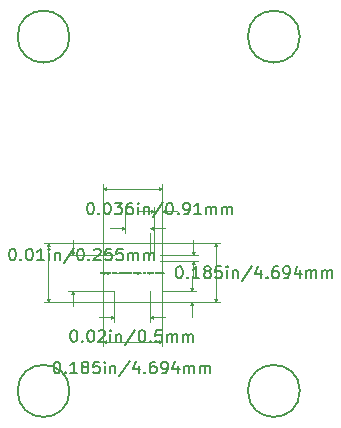
<source format=gbr>
%TF.GenerationSoftware,KiCad,Pcbnew,(6.0.6)*%
%TF.CreationDate,2022-06-26T20:43:02+02:00*%
%TF.ProjectId,tmc2208-breakout,746d6332-3230-4382-9d62-7265616b6f75,rev?*%
%TF.SameCoordinates,Original*%
%TF.FileFunction,Other,Comment*%
%FSLAX46Y46*%
G04 Gerber Fmt 4.6, Leading zero omitted, Abs format (unit mm)*
G04 Created by KiCad (PCBNEW (6.0.6)) date 2022-06-26 20:43:02*
%MOMM*%
%LPD*%
G01*
G04 APERTURE LIST*
%ADD10C,0.002000*%
%ADD11C,0.150000*%
%ADD12C,0.100000*%
G04 APERTURE END LIST*
D10*
%TO.C,U1*%
X154354166Y-61045357D02*
X154348119Y-61051404D01*
X154329976Y-61057452D01*
X154317880Y-61057452D01*
X154299738Y-61051404D01*
X154287642Y-61039309D01*
X154281595Y-61027214D01*
X154275547Y-61003023D01*
X154275547Y-60984880D01*
X154281595Y-60960690D01*
X154287642Y-60948595D01*
X154299738Y-60936500D01*
X154317880Y-60930452D01*
X154329976Y-60930452D01*
X154348119Y-60936500D01*
X154354166Y-60942547D01*
X154426738Y-61057452D02*
X154414642Y-61051404D01*
X154408595Y-61045357D01*
X154402547Y-61033261D01*
X154402547Y-60996976D01*
X154408595Y-60984880D01*
X154414642Y-60978833D01*
X154426738Y-60972785D01*
X154444880Y-60972785D01*
X154456976Y-60978833D01*
X154463023Y-60984880D01*
X154469071Y-60996976D01*
X154469071Y-61033261D01*
X154463023Y-61045357D01*
X154456976Y-61051404D01*
X154444880Y-61057452D01*
X154426738Y-61057452D01*
X154523500Y-60972785D02*
X154523500Y-61099785D01*
X154523500Y-60978833D02*
X154535595Y-60972785D01*
X154559785Y-60972785D01*
X154571880Y-60978833D01*
X154577928Y-60984880D01*
X154583976Y-60996976D01*
X154583976Y-61033261D01*
X154577928Y-61045357D01*
X154571880Y-61051404D01*
X154559785Y-61057452D01*
X154535595Y-61057452D01*
X154523500Y-61051404D01*
X154626309Y-60972785D02*
X154656547Y-61057452D01*
X154686785Y-60972785D02*
X154656547Y-61057452D01*
X154644452Y-61087690D01*
X154638404Y-61093738D01*
X154626309Y-61099785D01*
X154735166Y-61057452D02*
X154735166Y-60972785D01*
X154735166Y-60996976D02*
X154741214Y-60984880D01*
X154747261Y-60978833D01*
X154759357Y-60972785D01*
X154771452Y-60972785D01*
X154813785Y-61057452D02*
X154813785Y-60972785D01*
X154813785Y-60930452D02*
X154807738Y-60936500D01*
X154813785Y-60942547D01*
X154819833Y-60936500D01*
X154813785Y-60930452D01*
X154813785Y-60942547D01*
X154928690Y-60972785D02*
X154928690Y-61075595D01*
X154922642Y-61087690D01*
X154916595Y-61093738D01*
X154904500Y-61099785D01*
X154886357Y-61099785D01*
X154874261Y-61093738D01*
X154928690Y-61051404D02*
X154916595Y-61057452D01*
X154892404Y-61057452D01*
X154880309Y-61051404D01*
X154874261Y-61045357D01*
X154868214Y-61033261D01*
X154868214Y-60996976D01*
X154874261Y-60984880D01*
X154880309Y-60978833D01*
X154892404Y-60972785D01*
X154916595Y-60972785D01*
X154928690Y-60978833D01*
X154989166Y-61057452D02*
X154989166Y-60930452D01*
X155043595Y-61057452D02*
X155043595Y-60990928D01*
X155037547Y-60978833D01*
X155025452Y-60972785D01*
X155007309Y-60972785D01*
X154995214Y-60978833D01*
X154989166Y-60984880D01*
X155085928Y-60972785D02*
X155134309Y-60972785D01*
X155104071Y-60930452D02*
X155104071Y-61039309D01*
X155110119Y-61051404D01*
X155122214Y-61057452D01*
X155134309Y-61057452D01*
X155267357Y-60942547D02*
X155273404Y-60936500D01*
X155285500Y-60930452D01*
X155315738Y-60930452D01*
X155327833Y-60936500D01*
X155333880Y-60942547D01*
X155339928Y-60954642D01*
X155339928Y-60966738D01*
X155333880Y-60984880D01*
X155261309Y-61057452D01*
X155339928Y-61057452D01*
X155418547Y-60930452D02*
X155430642Y-60930452D01*
X155442738Y-60936500D01*
X155448785Y-60942547D01*
X155454833Y-60954642D01*
X155460880Y-60978833D01*
X155460880Y-61009071D01*
X155454833Y-61033261D01*
X155448785Y-61045357D01*
X155442738Y-61051404D01*
X155430642Y-61057452D01*
X155418547Y-61057452D01*
X155406452Y-61051404D01*
X155400404Y-61045357D01*
X155394357Y-61033261D01*
X155388309Y-61009071D01*
X155388309Y-60978833D01*
X155394357Y-60954642D01*
X155400404Y-60942547D01*
X155406452Y-60936500D01*
X155418547Y-60930452D01*
X155509261Y-60942547D02*
X155515309Y-60936500D01*
X155527404Y-60930452D01*
X155557642Y-60930452D01*
X155569738Y-60936500D01*
X155575785Y-60942547D01*
X155581833Y-60954642D01*
X155581833Y-60966738D01*
X155575785Y-60984880D01*
X155503214Y-61057452D01*
X155581833Y-61057452D01*
X155702785Y-61057452D02*
X155630214Y-61057452D01*
X155666500Y-61057452D02*
X155666500Y-60930452D01*
X155654404Y-60948595D01*
X155642309Y-60960690D01*
X155630214Y-60966738D01*
X155847928Y-61021166D02*
X155908404Y-61021166D01*
X155835833Y-61057452D02*
X155878166Y-60930452D01*
X155920500Y-61057452D01*
X156017261Y-61051404D02*
X156005166Y-61057452D01*
X155980976Y-61057452D01*
X155968880Y-61051404D01*
X155962833Y-61045357D01*
X155956785Y-61033261D01*
X155956785Y-60996976D01*
X155962833Y-60984880D01*
X155968880Y-60978833D01*
X155980976Y-60972785D01*
X156005166Y-60972785D01*
X156017261Y-60978833D01*
X156126119Y-61051404D02*
X156114023Y-61057452D01*
X156089833Y-61057452D01*
X156077738Y-61051404D01*
X156071690Y-61045357D01*
X156065642Y-61033261D01*
X156065642Y-60996976D01*
X156071690Y-60984880D01*
X156077738Y-60978833D01*
X156089833Y-60972785D01*
X156114023Y-60972785D01*
X156126119Y-60978833D01*
X156228928Y-61051404D02*
X156216833Y-61057452D01*
X156192642Y-61057452D01*
X156180547Y-61051404D01*
X156174500Y-61039309D01*
X156174500Y-60990928D01*
X156180547Y-60978833D01*
X156192642Y-60972785D01*
X156216833Y-60972785D01*
X156228928Y-60978833D01*
X156234976Y-60990928D01*
X156234976Y-61003023D01*
X156174500Y-61015119D01*
X156307547Y-61057452D02*
X156295452Y-61051404D01*
X156289404Y-61039309D01*
X156289404Y-60930452D01*
X156404309Y-61051404D02*
X156392214Y-61057452D01*
X156368023Y-61057452D01*
X156355928Y-61051404D01*
X156349880Y-61039309D01*
X156349880Y-60990928D01*
X156355928Y-60978833D01*
X156368023Y-60972785D01*
X156392214Y-60972785D01*
X156404309Y-60978833D01*
X156410357Y-60990928D01*
X156410357Y-61003023D01*
X156349880Y-61015119D01*
X156464785Y-61057452D02*
X156464785Y-60972785D01*
X156464785Y-60996976D02*
X156470833Y-60984880D01*
X156476880Y-60978833D01*
X156488976Y-60972785D01*
X156501071Y-60972785D01*
X156597833Y-61057452D02*
X156597833Y-60990928D01*
X156591785Y-60978833D01*
X156579690Y-60972785D01*
X156555500Y-60972785D01*
X156543404Y-60978833D01*
X156597833Y-61051404D02*
X156585738Y-61057452D01*
X156555500Y-61057452D01*
X156543404Y-61051404D01*
X156537357Y-61039309D01*
X156537357Y-61027214D01*
X156543404Y-61015119D01*
X156555500Y-61009071D01*
X156585738Y-61009071D01*
X156597833Y-61003023D01*
X156640166Y-60972785D02*
X156688547Y-60972785D01*
X156658309Y-60930452D02*
X156658309Y-61039309D01*
X156664357Y-61051404D01*
X156676452Y-61057452D01*
X156688547Y-61057452D01*
X156779261Y-61051404D02*
X156767166Y-61057452D01*
X156742976Y-61057452D01*
X156730880Y-61051404D01*
X156724833Y-61039309D01*
X156724833Y-60990928D01*
X156730880Y-60978833D01*
X156742976Y-60972785D01*
X156767166Y-60972785D01*
X156779261Y-60978833D01*
X156785309Y-60990928D01*
X156785309Y-61003023D01*
X156724833Y-61015119D01*
X156894166Y-61057452D02*
X156894166Y-60930452D01*
X156894166Y-61051404D02*
X156882071Y-61057452D01*
X156857880Y-61057452D01*
X156845785Y-61051404D01*
X156839738Y-61045357D01*
X156833690Y-61033261D01*
X156833690Y-60996976D01*
X156839738Y-60984880D01*
X156845785Y-60978833D01*
X156857880Y-60972785D01*
X156882071Y-60972785D01*
X156894166Y-60978833D01*
X157051404Y-61057452D02*
X157051404Y-60930452D01*
X157081642Y-60930452D01*
X157099785Y-60936500D01*
X157111880Y-60948595D01*
X157117928Y-60960690D01*
X157123976Y-60984880D01*
X157123976Y-61003023D01*
X157117928Y-61027214D01*
X157111880Y-61039309D01*
X157099785Y-61051404D01*
X157081642Y-61057452D01*
X157051404Y-61057452D01*
X157226785Y-61051404D02*
X157214690Y-61057452D01*
X157190500Y-61057452D01*
X157178404Y-61051404D01*
X157172357Y-61039309D01*
X157172357Y-60990928D01*
X157178404Y-60978833D01*
X157190500Y-60972785D01*
X157214690Y-60972785D01*
X157226785Y-60978833D01*
X157232833Y-60990928D01*
X157232833Y-61003023D01*
X157172357Y-61015119D01*
X157281214Y-61051404D02*
X157293309Y-61057452D01*
X157317500Y-61057452D01*
X157329595Y-61051404D01*
X157335642Y-61039309D01*
X157335642Y-61033261D01*
X157329595Y-61021166D01*
X157317500Y-61015119D01*
X157299357Y-61015119D01*
X157287261Y-61009071D01*
X157281214Y-60996976D01*
X157281214Y-60990928D01*
X157287261Y-60978833D01*
X157299357Y-60972785D01*
X157317500Y-60972785D01*
X157329595Y-60978833D01*
X157390071Y-61057452D02*
X157390071Y-60972785D01*
X157390071Y-60930452D02*
X157384023Y-60936500D01*
X157390071Y-60942547D01*
X157396119Y-60936500D01*
X157390071Y-60930452D01*
X157390071Y-60942547D01*
X157504976Y-60972785D02*
X157504976Y-61075595D01*
X157498928Y-61087690D01*
X157492880Y-61093738D01*
X157480785Y-61099785D01*
X157462642Y-61099785D01*
X157450547Y-61093738D01*
X157504976Y-61051404D02*
X157492880Y-61057452D01*
X157468690Y-61057452D01*
X157456595Y-61051404D01*
X157450547Y-61045357D01*
X157444500Y-61033261D01*
X157444500Y-60996976D01*
X157450547Y-60984880D01*
X157456595Y-60978833D01*
X157468690Y-60972785D01*
X157492880Y-60972785D01*
X157504976Y-60978833D01*
X157565452Y-60972785D02*
X157565452Y-61057452D01*
X157565452Y-60984880D02*
X157571500Y-60978833D01*
X157583595Y-60972785D01*
X157601738Y-60972785D01*
X157613833Y-60978833D01*
X157619880Y-60990928D01*
X157619880Y-61057452D01*
X157674309Y-61051404D02*
X157686404Y-61057452D01*
X157710595Y-61057452D01*
X157722690Y-61051404D01*
X157728738Y-61039309D01*
X157728738Y-61033261D01*
X157722690Y-61021166D01*
X157710595Y-61015119D01*
X157692452Y-61015119D01*
X157680357Y-61009071D01*
X157674309Y-60996976D01*
X157674309Y-60990928D01*
X157680357Y-60978833D01*
X157692452Y-60972785D01*
X157710595Y-60972785D01*
X157722690Y-60978833D01*
X157783166Y-61045357D02*
X157789214Y-61051404D01*
X157783166Y-61057452D01*
X157777119Y-61051404D01*
X157783166Y-61045357D01*
X157783166Y-61057452D01*
X157934357Y-61021166D02*
X157994833Y-61021166D01*
X157922261Y-61057452D02*
X157964595Y-60930452D01*
X158006928Y-61057452D01*
X158067404Y-61057452D02*
X158055309Y-61051404D01*
X158049261Y-61039309D01*
X158049261Y-60930452D01*
X158133928Y-61057452D02*
X158121833Y-61051404D01*
X158115785Y-61039309D01*
X158115785Y-60930452D01*
X158279071Y-61057452D02*
X158279071Y-60972785D01*
X158279071Y-60996976D02*
X158285119Y-60984880D01*
X158291166Y-60978833D01*
X158303261Y-60972785D01*
X158315357Y-60972785D01*
X158357690Y-61057452D02*
X158357690Y-60972785D01*
X158357690Y-60930452D02*
X158351642Y-60936500D01*
X158357690Y-60942547D01*
X158363738Y-60936500D01*
X158357690Y-60930452D01*
X158357690Y-60942547D01*
X158472595Y-60972785D02*
X158472595Y-61075595D01*
X158466547Y-61087690D01*
X158460500Y-61093738D01*
X158448404Y-61099785D01*
X158430261Y-61099785D01*
X158418166Y-61093738D01*
X158472595Y-61051404D02*
X158460500Y-61057452D01*
X158436309Y-61057452D01*
X158424214Y-61051404D01*
X158418166Y-61045357D01*
X158412119Y-61033261D01*
X158412119Y-60996976D01*
X158418166Y-60984880D01*
X158424214Y-60978833D01*
X158436309Y-60972785D01*
X158460500Y-60972785D01*
X158472595Y-60978833D01*
X158533071Y-61057452D02*
X158533071Y-60930452D01*
X158587500Y-61057452D02*
X158587500Y-60990928D01*
X158581452Y-60978833D01*
X158569357Y-60972785D01*
X158551214Y-60972785D01*
X158539119Y-60978833D01*
X158533071Y-60984880D01*
X158629833Y-60972785D02*
X158678214Y-60972785D01*
X158647976Y-60930452D02*
X158647976Y-61039309D01*
X158654023Y-61051404D01*
X158666119Y-61057452D01*
X158678214Y-61057452D01*
X158714500Y-61051404D02*
X158726595Y-61057452D01*
X158750785Y-61057452D01*
X158762880Y-61051404D01*
X158768928Y-61039309D01*
X158768928Y-61033261D01*
X158762880Y-61021166D01*
X158750785Y-61015119D01*
X158732642Y-61015119D01*
X158720547Y-61009071D01*
X158714500Y-60996976D01*
X158714500Y-60990928D01*
X158720547Y-60978833D01*
X158732642Y-60972785D01*
X158750785Y-60972785D01*
X158762880Y-60978833D01*
X158920119Y-61057452D02*
X158920119Y-60972785D01*
X158920119Y-60996976D02*
X158926166Y-60984880D01*
X158932214Y-60978833D01*
X158944309Y-60972785D01*
X158956404Y-60972785D01*
X159047119Y-61051404D02*
X159035023Y-61057452D01*
X159010833Y-61057452D01*
X158998738Y-61051404D01*
X158992690Y-61039309D01*
X158992690Y-60990928D01*
X158998738Y-60978833D01*
X159010833Y-60972785D01*
X159035023Y-60972785D01*
X159047119Y-60978833D01*
X159053166Y-60990928D01*
X159053166Y-61003023D01*
X158992690Y-61015119D01*
X159101547Y-61051404D02*
X159113642Y-61057452D01*
X159137833Y-61057452D01*
X159149928Y-61051404D01*
X159155976Y-61039309D01*
X159155976Y-61033261D01*
X159149928Y-61021166D01*
X159137833Y-61015119D01*
X159119690Y-61015119D01*
X159107595Y-61009071D01*
X159101547Y-60996976D01*
X159101547Y-60990928D01*
X159107595Y-60978833D01*
X159119690Y-60972785D01*
X159137833Y-60972785D01*
X159149928Y-60978833D01*
X159258785Y-61051404D02*
X159246690Y-61057452D01*
X159222500Y-61057452D01*
X159210404Y-61051404D01*
X159204357Y-61039309D01*
X159204357Y-60990928D01*
X159210404Y-60978833D01*
X159222500Y-60972785D01*
X159246690Y-60972785D01*
X159258785Y-60978833D01*
X159264833Y-60990928D01*
X159264833Y-61003023D01*
X159204357Y-61015119D01*
X159319261Y-61057452D02*
X159319261Y-60972785D01*
X159319261Y-60996976D02*
X159325309Y-60984880D01*
X159331357Y-60978833D01*
X159343452Y-60972785D01*
X159355547Y-60972785D01*
X159385785Y-60972785D02*
X159416023Y-61057452D01*
X159446261Y-60972785D01*
X159543023Y-61051404D02*
X159530928Y-61057452D01*
X159506738Y-61057452D01*
X159494642Y-61051404D01*
X159488595Y-61039309D01*
X159488595Y-60990928D01*
X159494642Y-60978833D01*
X159506738Y-60972785D01*
X159530928Y-60972785D01*
X159543023Y-60978833D01*
X159549071Y-60990928D01*
X159549071Y-61003023D01*
X159488595Y-61015119D01*
X159657928Y-61057452D02*
X159657928Y-60930452D01*
X159657928Y-61051404D02*
X159645833Y-61057452D01*
X159621642Y-61057452D01*
X159609547Y-61051404D01*
X159603500Y-61045357D01*
X159597452Y-61033261D01*
X159597452Y-60996976D01*
X159603500Y-60984880D01*
X159609547Y-60978833D01*
X159621642Y-60972785D01*
X159645833Y-60972785D01*
X159657928Y-60978833D01*
X159718404Y-61045357D02*
X159724452Y-61051404D01*
X159718404Y-61057452D01*
X159712357Y-61051404D01*
X159718404Y-61045357D01*
X159718404Y-61057452D01*
D11*
X153418528Y-55057280D02*
X153513766Y-55057280D01*
X153609004Y-55104900D01*
X153656623Y-55152519D01*
X153704242Y-55247757D01*
X153751861Y-55438233D01*
X153751861Y-55676328D01*
X153704242Y-55866804D01*
X153656623Y-55962042D01*
X153609004Y-56009661D01*
X153513766Y-56057280D01*
X153418528Y-56057280D01*
X153323290Y-56009661D01*
X153275671Y-55962042D01*
X153228052Y-55866804D01*
X153180433Y-55676328D01*
X153180433Y-55438233D01*
X153228052Y-55247757D01*
X153275671Y-55152519D01*
X153323290Y-55104900D01*
X153418528Y-55057280D01*
X154180433Y-55962042D02*
X154228052Y-56009661D01*
X154180433Y-56057280D01*
X154132814Y-56009661D01*
X154180433Y-55962042D01*
X154180433Y-56057280D01*
X154847100Y-55057280D02*
X154942338Y-55057280D01*
X155037576Y-55104900D01*
X155085195Y-55152519D01*
X155132814Y-55247757D01*
X155180433Y-55438233D01*
X155180433Y-55676328D01*
X155132814Y-55866804D01*
X155085195Y-55962042D01*
X155037576Y-56009661D01*
X154942338Y-56057280D01*
X154847100Y-56057280D01*
X154751861Y-56009661D01*
X154704242Y-55962042D01*
X154656623Y-55866804D01*
X154609004Y-55676328D01*
X154609004Y-55438233D01*
X154656623Y-55247757D01*
X154704242Y-55152519D01*
X154751861Y-55104900D01*
X154847100Y-55057280D01*
X155513766Y-55057280D02*
X156132814Y-55057280D01*
X155799480Y-55438233D01*
X155942338Y-55438233D01*
X156037576Y-55485852D01*
X156085195Y-55533471D01*
X156132814Y-55628709D01*
X156132814Y-55866804D01*
X156085195Y-55962042D01*
X156037576Y-56009661D01*
X155942338Y-56057280D01*
X155656623Y-56057280D01*
X155561385Y-56009661D01*
X155513766Y-55962042D01*
X156989957Y-55057280D02*
X156799480Y-55057280D01*
X156704242Y-55104900D01*
X156656623Y-55152519D01*
X156561385Y-55295376D01*
X156513766Y-55485852D01*
X156513766Y-55866804D01*
X156561385Y-55962042D01*
X156609004Y-56009661D01*
X156704242Y-56057280D01*
X156894719Y-56057280D01*
X156989957Y-56009661D01*
X157037576Y-55962042D01*
X157085195Y-55866804D01*
X157085195Y-55628709D01*
X157037576Y-55533471D01*
X156989957Y-55485852D01*
X156894719Y-55438233D01*
X156704242Y-55438233D01*
X156609004Y-55485852D01*
X156561385Y-55533471D01*
X156513766Y-55628709D01*
X157513766Y-56057280D02*
X157513766Y-55390614D01*
X157513766Y-55057280D02*
X157466147Y-55104900D01*
X157513766Y-55152519D01*
X157561385Y-55104900D01*
X157513766Y-55057280D01*
X157513766Y-55152519D01*
X157989957Y-55390614D02*
X157989957Y-56057280D01*
X157989957Y-55485852D02*
X158037576Y-55438233D01*
X158132814Y-55390614D01*
X158275671Y-55390614D01*
X158370909Y-55438233D01*
X158418528Y-55533471D01*
X158418528Y-56057280D01*
X159609004Y-55009661D02*
X158751861Y-56295376D01*
X160132814Y-55057280D02*
X160228052Y-55057280D01*
X160323290Y-55104900D01*
X160370909Y-55152519D01*
X160418528Y-55247757D01*
X160466147Y-55438233D01*
X160466147Y-55676328D01*
X160418528Y-55866804D01*
X160370909Y-55962042D01*
X160323290Y-56009661D01*
X160228052Y-56057280D01*
X160132814Y-56057280D01*
X160037576Y-56009661D01*
X159989957Y-55962042D01*
X159942338Y-55866804D01*
X159894719Y-55676328D01*
X159894719Y-55438233D01*
X159942338Y-55247757D01*
X159989957Y-55152519D01*
X160037576Y-55104900D01*
X160132814Y-55057280D01*
X160894719Y-55962042D02*
X160942338Y-56009661D01*
X160894719Y-56057280D01*
X160847100Y-56009661D01*
X160894719Y-55962042D01*
X160894719Y-56057280D01*
X161418528Y-56057280D02*
X161609004Y-56057280D01*
X161704242Y-56009661D01*
X161751861Y-55962042D01*
X161847100Y-55819185D01*
X161894719Y-55628709D01*
X161894719Y-55247757D01*
X161847100Y-55152519D01*
X161799480Y-55104900D01*
X161704242Y-55057280D01*
X161513766Y-55057280D01*
X161418528Y-55104900D01*
X161370909Y-55152519D01*
X161323290Y-55247757D01*
X161323290Y-55485852D01*
X161370909Y-55581090D01*
X161418528Y-55628709D01*
X161513766Y-55676328D01*
X161704242Y-55676328D01*
X161799480Y-55628709D01*
X161847100Y-55581090D01*
X161894719Y-55485852D01*
X162847100Y-56057280D02*
X162275671Y-56057280D01*
X162561385Y-56057280D02*
X162561385Y-55057280D01*
X162466147Y-55200138D01*
X162370909Y-55295376D01*
X162275671Y-55342995D01*
X163275671Y-56057280D02*
X163275671Y-55390614D01*
X163275671Y-55485852D02*
X163323290Y-55438233D01*
X163418528Y-55390614D01*
X163561385Y-55390614D01*
X163656623Y-55438233D01*
X163704242Y-55533471D01*
X163704242Y-56057280D01*
X163704242Y-55533471D02*
X163751861Y-55438233D01*
X163847100Y-55390614D01*
X163989957Y-55390614D01*
X164085195Y-55438233D01*
X164132814Y-55533471D01*
X164132814Y-56057280D01*
X164609004Y-56057280D02*
X164609004Y-55390614D01*
X164609004Y-55485852D02*
X164656623Y-55438233D01*
X164751861Y-55390614D01*
X164894719Y-55390614D01*
X164989957Y-55438233D01*
X165037576Y-55533471D01*
X165037576Y-56057280D01*
X165037576Y-55533471D02*
X165085195Y-55438233D01*
X165180433Y-55390614D01*
X165323290Y-55390614D01*
X165418528Y-55438233D01*
X165466147Y-55533471D01*
X165466147Y-56057280D01*
X160942937Y-60452380D02*
X161038175Y-60452380D01*
X161133413Y-60500000D01*
X161181032Y-60547619D01*
X161228651Y-60642857D01*
X161276270Y-60833333D01*
X161276270Y-61071428D01*
X161228651Y-61261904D01*
X161181032Y-61357142D01*
X161133413Y-61404761D01*
X161038175Y-61452380D01*
X160942937Y-61452380D01*
X160847699Y-61404761D01*
X160800079Y-61357142D01*
X160752460Y-61261904D01*
X160704841Y-61071428D01*
X160704841Y-60833333D01*
X160752460Y-60642857D01*
X160800079Y-60547619D01*
X160847699Y-60500000D01*
X160942937Y-60452380D01*
X161704841Y-61357142D02*
X161752460Y-61404761D01*
X161704841Y-61452380D01*
X161657222Y-61404761D01*
X161704841Y-61357142D01*
X161704841Y-61452380D01*
X162704841Y-61452380D02*
X162133413Y-61452380D01*
X162419127Y-61452380D02*
X162419127Y-60452380D01*
X162323889Y-60595238D01*
X162228651Y-60690476D01*
X162133413Y-60738095D01*
X163276270Y-60880952D02*
X163181032Y-60833333D01*
X163133413Y-60785714D01*
X163085794Y-60690476D01*
X163085794Y-60642857D01*
X163133413Y-60547619D01*
X163181032Y-60500000D01*
X163276270Y-60452380D01*
X163466746Y-60452380D01*
X163561984Y-60500000D01*
X163609603Y-60547619D01*
X163657222Y-60642857D01*
X163657222Y-60690476D01*
X163609603Y-60785714D01*
X163561984Y-60833333D01*
X163466746Y-60880952D01*
X163276270Y-60880952D01*
X163181032Y-60928571D01*
X163133413Y-60976190D01*
X163085794Y-61071428D01*
X163085794Y-61261904D01*
X163133413Y-61357142D01*
X163181032Y-61404761D01*
X163276270Y-61452380D01*
X163466746Y-61452380D01*
X163561984Y-61404761D01*
X163609603Y-61357142D01*
X163657222Y-61261904D01*
X163657222Y-61071428D01*
X163609603Y-60976190D01*
X163561984Y-60928571D01*
X163466746Y-60880952D01*
X164561984Y-60452380D02*
X164085794Y-60452380D01*
X164038175Y-60928571D01*
X164085794Y-60880952D01*
X164181032Y-60833333D01*
X164419127Y-60833333D01*
X164514365Y-60880952D01*
X164561984Y-60928571D01*
X164609603Y-61023809D01*
X164609603Y-61261904D01*
X164561984Y-61357142D01*
X164514365Y-61404761D01*
X164419127Y-61452380D01*
X164181032Y-61452380D01*
X164085794Y-61404761D01*
X164038175Y-61357142D01*
X165038175Y-61452380D02*
X165038175Y-60785714D01*
X165038175Y-60452380D02*
X164990556Y-60500000D01*
X165038175Y-60547619D01*
X165085794Y-60500000D01*
X165038175Y-60452380D01*
X165038175Y-60547619D01*
X165514365Y-60785714D02*
X165514365Y-61452380D01*
X165514365Y-60880952D02*
X165561984Y-60833333D01*
X165657222Y-60785714D01*
X165800079Y-60785714D01*
X165895318Y-60833333D01*
X165942937Y-60928571D01*
X165942937Y-61452380D01*
X167133413Y-60404761D02*
X166276270Y-61690476D01*
X167895318Y-60785714D02*
X167895318Y-61452380D01*
X167657222Y-60404761D02*
X167419127Y-61119047D01*
X168038175Y-61119047D01*
X168419127Y-61357142D02*
X168466746Y-61404761D01*
X168419127Y-61452380D01*
X168371508Y-61404761D01*
X168419127Y-61357142D01*
X168419127Y-61452380D01*
X169323889Y-60452380D02*
X169133413Y-60452380D01*
X169038175Y-60500000D01*
X168990556Y-60547619D01*
X168895318Y-60690476D01*
X168847699Y-60880952D01*
X168847699Y-61261904D01*
X168895318Y-61357142D01*
X168942937Y-61404761D01*
X169038175Y-61452380D01*
X169228651Y-61452380D01*
X169323889Y-61404761D01*
X169371508Y-61357142D01*
X169419127Y-61261904D01*
X169419127Y-61023809D01*
X169371508Y-60928571D01*
X169323889Y-60880952D01*
X169228651Y-60833333D01*
X169038175Y-60833333D01*
X168942937Y-60880952D01*
X168895318Y-60928571D01*
X168847699Y-61023809D01*
X169895318Y-61452380D02*
X170085794Y-61452380D01*
X170181032Y-61404761D01*
X170228651Y-61357142D01*
X170323889Y-61214285D01*
X170371508Y-61023809D01*
X170371508Y-60642857D01*
X170323889Y-60547619D01*
X170276270Y-60500000D01*
X170181032Y-60452380D01*
X169990556Y-60452380D01*
X169895318Y-60500000D01*
X169847699Y-60547619D01*
X169800079Y-60642857D01*
X169800079Y-60880952D01*
X169847699Y-60976190D01*
X169895318Y-61023809D01*
X169990556Y-61071428D01*
X170181032Y-61071428D01*
X170276270Y-61023809D01*
X170323889Y-60976190D01*
X170371508Y-60880952D01*
X171228651Y-60785714D02*
X171228651Y-61452380D01*
X170990556Y-60404761D02*
X170752460Y-61119047D01*
X171371508Y-61119047D01*
X171752460Y-61452380D02*
X171752460Y-60785714D01*
X171752460Y-60880952D02*
X171800079Y-60833333D01*
X171895318Y-60785714D01*
X172038175Y-60785714D01*
X172133413Y-60833333D01*
X172181032Y-60928571D01*
X172181032Y-61452380D01*
X172181032Y-60928571D02*
X172228651Y-60833333D01*
X172323889Y-60785714D01*
X172466746Y-60785714D01*
X172561984Y-60833333D01*
X172609603Y-60928571D01*
X172609603Y-61452380D01*
X173085794Y-61452380D02*
X173085794Y-60785714D01*
X173085794Y-60880952D02*
X173133413Y-60833333D01*
X173228651Y-60785714D01*
X173371508Y-60785714D01*
X173466746Y-60833333D01*
X173514365Y-60928571D01*
X173514365Y-61452380D01*
X173514365Y-60928571D02*
X173561984Y-60833333D01*
X173657222Y-60785714D01*
X173800079Y-60785714D01*
X173895318Y-60833333D01*
X173942937Y-60928571D01*
X173942937Y-61452380D01*
X150595238Y-68514880D02*
X150690476Y-68514880D01*
X150785714Y-68562500D01*
X150833333Y-68610119D01*
X150880952Y-68705357D01*
X150928571Y-68895833D01*
X150928571Y-69133928D01*
X150880952Y-69324404D01*
X150833333Y-69419642D01*
X150785714Y-69467261D01*
X150690476Y-69514880D01*
X150595238Y-69514880D01*
X150500000Y-69467261D01*
X150452380Y-69419642D01*
X150404761Y-69324404D01*
X150357142Y-69133928D01*
X150357142Y-68895833D01*
X150404761Y-68705357D01*
X150452380Y-68610119D01*
X150500000Y-68562500D01*
X150595238Y-68514880D01*
X151357142Y-69419642D02*
X151404761Y-69467261D01*
X151357142Y-69514880D01*
X151309523Y-69467261D01*
X151357142Y-69419642D01*
X151357142Y-69514880D01*
X152357142Y-69514880D02*
X151785714Y-69514880D01*
X152071428Y-69514880D02*
X152071428Y-68514880D01*
X151976190Y-68657738D01*
X151880952Y-68752976D01*
X151785714Y-68800595D01*
X152928571Y-68943452D02*
X152833333Y-68895833D01*
X152785714Y-68848214D01*
X152738095Y-68752976D01*
X152738095Y-68705357D01*
X152785714Y-68610119D01*
X152833333Y-68562500D01*
X152928571Y-68514880D01*
X153119047Y-68514880D01*
X153214285Y-68562500D01*
X153261904Y-68610119D01*
X153309523Y-68705357D01*
X153309523Y-68752976D01*
X153261904Y-68848214D01*
X153214285Y-68895833D01*
X153119047Y-68943452D01*
X152928571Y-68943452D01*
X152833333Y-68991071D01*
X152785714Y-69038690D01*
X152738095Y-69133928D01*
X152738095Y-69324404D01*
X152785714Y-69419642D01*
X152833333Y-69467261D01*
X152928571Y-69514880D01*
X153119047Y-69514880D01*
X153214285Y-69467261D01*
X153261904Y-69419642D01*
X153309523Y-69324404D01*
X153309523Y-69133928D01*
X153261904Y-69038690D01*
X153214285Y-68991071D01*
X153119047Y-68943452D01*
X154214285Y-68514880D02*
X153738095Y-68514880D01*
X153690476Y-68991071D01*
X153738095Y-68943452D01*
X153833333Y-68895833D01*
X154071428Y-68895833D01*
X154166666Y-68943452D01*
X154214285Y-68991071D01*
X154261904Y-69086309D01*
X154261904Y-69324404D01*
X154214285Y-69419642D01*
X154166666Y-69467261D01*
X154071428Y-69514880D01*
X153833333Y-69514880D01*
X153738095Y-69467261D01*
X153690476Y-69419642D01*
X154690476Y-69514880D02*
X154690476Y-68848214D01*
X154690476Y-68514880D02*
X154642857Y-68562500D01*
X154690476Y-68610119D01*
X154738095Y-68562500D01*
X154690476Y-68514880D01*
X154690476Y-68610119D01*
X155166666Y-68848214D02*
X155166666Y-69514880D01*
X155166666Y-68943452D02*
X155214285Y-68895833D01*
X155309523Y-68848214D01*
X155452380Y-68848214D01*
X155547619Y-68895833D01*
X155595238Y-68991071D01*
X155595238Y-69514880D01*
X156785714Y-68467261D02*
X155928571Y-69752976D01*
X157547619Y-68848214D02*
X157547619Y-69514880D01*
X157309523Y-68467261D02*
X157071428Y-69181547D01*
X157690476Y-69181547D01*
X158071428Y-69419642D02*
X158119047Y-69467261D01*
X158071428Y-69514880D01*
X158023809Y-69467261D01*
X158071428Y-69419642D01*
X158071428Y-69514880D01*
X158976190Y-68514880D02*
X158785714Y-68514880D01*
X158690476Y-68562500D01*
X158642857Y-68610119D01*
X158547619Y-68752976D01*
X158500000Y-68943452D01*
X158500000Y-69324404D01*
X158547619Y-69419642D01*
X158595238Y-69467261D01*
X158690476Y-69514880D01*
X158880952Y-69514880D01*
X158976190Y-69467261D01*
X159023809Y-69419642D01*
X159071428Y-69324404D01*
X159071428Y-69086309D01*
X159023809Y-68991071D01*
X158976190Y-68943452D01*
X158880952Y-68895833D01*
X158690476Y-68895833D01*
X158595238Y-68943452D01*
X158547619Y-68991071D01*
X158500000Y-69086309D01*
X159547619Y-69514880D02*
X159738095Y-69514880D01*
X159833333Y-69467261D01*
X159880952Y-69419642D01*
X159976190Y-69276785D01*
X160023809Y-69086309D01*
X160023809Y-68705357D01*
X159976190Y-68610119D01*
X159928571Y-68562500D01*
X159833333Y-68514880D01*
X159642857Y-68514880D01*
X159547619Y-68562500D01*
X159500000Y-68610119D01*
X159452380Y-68705357D01*
X159452380Y-68943452D01*
X159500000Y-69038690D01*
X159547619Y-69086309D01*
X159642857Y-69133928D01*
X159833333Y-69133928D01*
X159928571Y-69086309D01*
X159976190Y-69038690D01*
X160023809Y-68943452D01*
X160880952Y-68848214D02*
X160880952Y-69514880D01*
X160642857Y-68467261D02*
X160404761Y-69181547D01*
X161023809Y-69181547D01*
X161404761Y-69514880D02*
X161404761Y-68848214D01*
X161404761Y-68943452D02*
X161452380Y-68895833D01*
X161547619Y-68848214D01*
X161690476Y-68848214D01*
X161785714Y-68895833D01*
X161833333Y-68991071D01*
X161833333Y-69514880D01*
X161833333Y-68991071D02*
X161880952Y-68895833D01*
X161976190Y-68848214D01*
X162119047Y-68848214D01*
X162214285Y-68895833D01*
X162261904Y-68991071D01*
X162261904Y-69514880D01*
X162738095Y-69514880D02*
X162738095Y-68848214D01*
X162738095Y-68943452D02*
X162785714Y-68895833D01*
X162880952Y-68848214D01*
X163023809Y-68848214D01*
X163119047Y-68895833D01*
X163166666Y-68991071D01*
X163166666Y-69514880D01*
X163166666Y-68991071D02*
X163214285Y-68895833D01*
X163309523Y-68848214D01*
X163452380Y-68848214D01*
X163547619Y-68895833D01*
X163595238Y-68991071D01*
X163595238Y-69514880D01*
X152023809Y-65847480D02*
X152119047Y-65847480D01*
X152214285Y-65895100D01*
X152261904Y-65942719D01*
X152309523Y-66037957D01*
X152357142Y-66228433D01*
X152357142Y-66466528D01*
X152309523Y-66657004D01*
X152261904Y-66752242D01*
X152214285Y-66799861D01*
X152119047Y-66847480D01*
X152023809Y-66847480D01*
X151928571Y-66799861D01*
X151880952Y-66752242D01*
X151833333Y-66657004D01*
X151785714Y-66466528D01*
X151785714Y-66228433D01*
X151833333Y-66037957D01*
X151880952Y-65942719D01*
X151928571Y-65895100D01*
X152023809Y-65847480D01*
X152785714Y-66752242D02*
X152833333Y-66799861D01*
X152785714Y-66847480D01*
X152738095Y-66799861D01*
X152785714Y-66752242D01*
X152785714Y-66847480D01*
X153452380Y-65847480D02*
X153547619Y-65847480D01*
X153642857Y-65895100D01*
X153690476Y-65942719D01*
X153738095Y-66037957D01*
X153785714Y-66228433D01*
X153785714Y-66466528D01*
X153738095Y-66657004D01*
X153690476Y-66752242D01*
X153642857Y-66799861D01*
X153547619Y-66847480D01*
X153452380Y-66847480D01*
X153357142Y-66799861D01*
X153309523Y-66752242D01*
X153261904Y-66657004D01*
X153214285Y-66466528D01*
X153214285Y-66228433D01*
X153261904Y-66037957D01*
X153309523Y-65942719D01*
X153357142Y-65895100D01*
X153452380Y-65847480D01*
X154166666Y-65942719D02*
X154214285Y-65895100D01*
X154309523Y-65847480D01*
X154547619Y-65847480D01*
X154642857Y-65895100D01*
X154690476Y-65942719D01*
X154738095Y-66037957D01*
X154738095Y-66133195D01*
X154690476Y-66276052D01*
X154119047Y-66847480D01*
X154738095Y-66847480D01*
X155166666Y-66847480D02*
X155166666Y-66180814D01*
X155166666Y-65847480D02*
X155119047Y-65895100D01*
X155166666Y-65942719D01*
X155214285Y-65895100D01*
X155166666Y-65847480D01*
X155166666Y-65942719D01*
X155642857Y-66180814D02*
X155642857Y-66847480D01*
X155642857Y-66276052D02*
X155690476Y-66228433D01*
X155785714Y-66180814D01*
X155928571Y-66180814D01*
X156023809Y-66228433D01*
X156071428Y-66323671D01*
X156071428Y-66847480D01*
X157261904Y-65799861D02*
X156404761Y-67085576D01*
X157785714Y-65847480D02*
X157880952Y-65847480D01*
X157976190Y-65895100D01*
X158023809Y-65942719D01*
X158071428Y-66037957D01*
X158119047Y-66228433D01*
X158119047Y-66466528D01*
X158071428Y-66657004D01*
X158023809Y-66752242D01*
X157976190Y-66799861D01*
X157880952Y-66847480D01*
X157785714Y-66847480D01*
X157690476Y-66799861D01*
X157642857Y-66752242D01*
X157595238Y-66657004D01*
X157547619Y-66466528D01*
X157547619Y-66228433D01*
X157595238Y-66037957D01*
X157642857Y-65942719D01*
X157690476Y-65895100D01*
X157785714Y-65847480D01*
X158547619Y-66752242D02*
X158595238Y-66799861D01*
X158547619Y-66847480D01*
X158500000Y-66799861D01*
X158547619Y-66752242D01*
X158547619Y-66847480D01*
X159500000Y-65847480D02*
X159023809Y-65847480D01*
X158976190Y-66323671D01*
X159023809Y-66276052D01*
X159119047Y-66228433D01*
X159357142Y-66228433D01*
X159452380Y-66276052D01*
X159500000Y-66323671D01*
X159547619Y-66418909D01*
X159547619Y-66657004D01*
X159500000Y-66752242D01*
X159452380Y-66799861D01*
X159357142Y-66847480D01*
X159119047Y-66847480D01*
X159023809Y-66799861D01*
X158976190Y-66752242D01*
X159976190Y-66847480D02*
X159976190Y-66180814D01*
X159976190Y-66276052D02*
X160023809Y-66228433D01*
X160119047Y-66180814D01*
X160261904Y-66180814D01*
X160357142Y-66228433D01*
X160404761Y-66323671D01*
X160404761Y-66847480D01*
X160404761Y-66323671D02*
X160452380Y-66228433D01*
X160547619Y-66180814D01*
X160690476Y-66180814D01*
X160785714Y-66228433D01*
X160833333Y-66323671D01*
X160833333Y-66847480D01*
X161309523Y-66847480D02*
X161309523Y-66180814D01*
X161309523Y-66276052D02*
X161357142Y-66228433D01*
X161452380Y-66180814D01*
X161595238Y-66180814D01*
X161690476Y-66228433D01*
X161738095Y-66323671D01*
X161738095Y-66847480D01*
X161738095Y-66323671D02*
X161785714Y-66228433D01*
X161880952Y-66180814D01*
X162023809Y-66180814D01*
X162119047Y-66228433D01*
X162166666Y-66323671D01*
X162166666Y-66847480D01*
X146818928Y-58952380D02*
X146914166Y-58952380D01*
X147009404Y-59000000D01*
X147057023Y-59047619D01*
X147104642Y-59142857D01*
X147152261Y-59333333D01*
X147152261Y-59571428D01*
X147104642Y-59761904D01*
X147057023Y-59857142D01*
X147009404Y-59904761D01*
X146914166Y-59952380D01*
X146818928Y-59952380D01*
X146723690Y-59904761D01*
X146676071Y-59857142D01*
X146628452Y-59761904D01*
X146580833Y-59571428D01*
X146580833Y-59333333D01*
X146628452Y-59142857D01*
X146676071Y-59047619D01*
X146723690Y-59000000D01*
X146818928Y-58952380D01*
X147580833Y-59857142D02*
X147628452Y-59904761D01*
X147580833Y-59952380D01*
X147533214Y-59904761D01*
X147580833Y-59857142D01*
X147580833Y-59952380D01*
X148247500Y-58952380D02*
X148342738Y-58952380D01*
X148437976Y-59000000D01*
X148485595Y-59047619D01*
X148533214Y-59142857D01*
X148580833Y-59333333D01*
X148580833Y-59571428D01*
X148533214Y-59761904D01*
X148485595Y-59857142D01*
X148437976Y-59904761D01*
X148342738Y-59952380D01*
X148247500Y-59952380D01*
X148152261Y-59904761D01*
X148104642Y-59857142D01*
X148057023Y-59761904D01*
X148009404Y-59571428D01*
X148009404Y-59333333D01*
X148057023Y-59142857D01*
X148104642Y-59047619D01*
X148152261Y-59000000D01*
X148247500Y-58952380D01*
X149533214Y-59952380D02*
X148961785Y-59952380D01*
X149247500Y-59952380D02*
X149247500Y-58952380D01*
X149152261Y-59095238D01*
X149057023Y-59190476D01*
X148961785Y-59238095D01*
X149961785Y-59952380D02*
X149961785Y-59285714D01*
X149961785Y-58952380D02*
X149914166Y-59000000D01*
X149961785Y-59047619D01*
X150009404Y-59000000D01*
X149961785Y-58952380D01*
X149961785Y-59047619D01*
X150437976Y-59285714D02*
X150437976Y-59952380D01*
X150437976Y-59380952D02*
X150485595Y-59333333D01*
X150580833Y-59285714D01*
X150723690Y-59285714D01*
X150818928Y-59333333D01*
X150866547Y-59428571D01*
X150866547Y-59952380D01*
X152057023Y-58904761D02*
X151199880Y-60190476D01*
X152580833Y-58952380D02*
X152676071Y-58952380D01*
X152771309Y-59000000D01*
X152818928Y-59047619D01*
X152866547Y-59142857D01*
X152914166Y-59333333D01*
X152914166Y-59571428D01*
X152866547Y-59761904D01*
X152818928Y-59857142D01*
X152771309Y-59904761D01*
X152676071Y-59952380D01*
X152580833Y-59952380D01*
X152485595Y-59904761D01*
X152437976Y-59857142D01*
X152390357Y-59761904D01*
X152342738Y-59571428D01*
X152342738Y-59333333D01*
X152390357Y-59142857D01*
X152437976Y-59047619D01*
X152485595Y-59000000D01*
X152580833Y-58952380D01*
X153342738Y-59857142D02*
X153390357Y-59904761D01*
X153342738Y-59952380D01*
X153295119Y-59904761D01*
X153342738Y-59857142D01*
X153342738Y-59952380D01*
X153771309Y-59047619D02*
X153818928Y-59000000D01*
X153914166Y-58952380D01*
X154152261Y-58952380D01*
X154247500Y-59000000D01*
X154295119Y-59047619D01*
X154342738Y-59142857D01*
X154342738Y-59238095D01*
X154295119Y-59380952D01*
X153723690Y-59952380D01*
X154342738Y-59952380D01*
X155247500Y-58952380D02*
X154771309Y-58952380D01*
X154723690Y-59428571D01*
X154771309Y-59380952D01*
X154866547Y-59333333D01*
X155104642Y-59333333D01*
X155199880Y-59380952D01*
X155247500Y-59428571D01*
X155295119Y-59523809D01*
X155295119Y-59761904D01*
X155247500Y-59857142D01*
X155199880Y-59904761D01*
X155104642Y-59952380D01*
X154866547Y-59952380D01*
X154771309Y-59904761D01*
X154723690Y-59857142D01*
X156199880Y-58952380D02*
X155723690Y-58952380D01*
X155676071Y-59428571D01*
X155723690Y-59380952D01*
X155818928Y-59333333D01*
X156057023Y-59333333D01*
X156152261Y-59380952D01*
X156199880Y-59428571D01*
X156247500Y-59523809D01*
X156247500Y-59761904D01*
X156199880Y-59857142D01*
X156152261Y-59904761D01*
X156057023Y-59952380D01*
X155818928Y-59952380D01*
X155723690Y-59904761D01*
X155676071Y-59857142D01*
X156676071Y-59952380D02*
X156676071Y-59285714D01*
X156676071Y-59380952D02*
X156723690Y-59333333D01*
X156818928Y-59285714D01*
X156961785Y-59285714D01*
X157057023Y-59333333D01*
X157104642Y-59428571D01*
X157104642Y-59952380D01*
X157104642Y-59428571D02*
X157152261Y-59333333D01*
X157247500Y-59285714D01*
X157390357Y-59285714D01*
X157485595Y-59333333D01*
X157533214Y-59428571D01*
X157533214Y-59952380D01*
X158009404Y-59952380D02*
X158009404Y-59285714D01*
X158009404Y-59380952D02*
X158057023Y-59333333D01*
X158152261Y-59285714D01*
X158295119Y-59285714D01*
X158390357Y-59333333D01*
X158437976Y-59428571D01*
X158437976Y-59952380D01*
X158437976Y-59428571D02*
X158485595Y-59333333D01*
X158580833Y-59285714D01*
X158723690Y-59285714D01*
X158818928Y-59333333D01*
X158866547Y-59428571D01*
X158866547Y-59952380D01*
%TO.C,H2*%
X151700000Y-71000000D02*
G75*
G03*
X151700000Y-71000000I-2200000J0D01*
G01*
%TO.C,H1*%
X151700000Y-41000000D02*
G75*
G03*
X151700000Y-41000000I-2200000J0D01*
G01*
D12*
%TO.C,U1*%
X154498100Y-53903101D02*
X154752100Y-54030101D01*
X151958100Y-59450600D02*
X151831100Y-59196600D01*
X158549400Y-57228100D02*
X159819400Y-57228100D01*
X158892300Y-55808100D02*
X158638300Y-55935100D01*
X158803400Y-57101100D02*
X158803400Y-57355100D01*
X154498100Y-53903101D02*
X154752100Y-53776101D01*
X158803400Y-64644900D02*
X158803400Y-64898900D01*
X159501900Y-53903101D02*
X159247900Y-53776101D01*
X151831100Y-59196600D02*
X152085100Y-59196600D01*
X154498100Y-66826900D02*
X154752100Y-66699900D01*
X158892300Y-59500000D02*
X158892300Y-55427100D01*
X154498100Y-66826900D02*
X159501900Y-66826900D01*
X149903101Y-58498100D02*
X149776101Y-58752100D01*
X161914900Y-62246000D02*
X162168900Y-62246000D01*
X161914900Y-63755900D02*
X162168900Y-63755900D01*
X154752100Y-66699900D02*
X154752100Y-66953900D01*
X149903101Y-63501900D02*
X150030101Y-63247900D01*
X156365000Y-57228100D02*
X156111000Y-57101100D01*
X151958100Y-59450600D02*
X151958100Y-58180600D01*
X151831100Y-62803400D02*
X152085100Y-62803400D01*
X158549400Y-64771900D02*
X158803400Y-64898900D01*
X154498100Y-53903101D02*
X159501900Y-53903101D01*
X164096899Y-58498100D02*
X164096899Y-63501900D01*
X162191900Y-59500000D02*
X162318900Y-59246000D01*
X151958100Y-62549400D02*
X151958100Y-63819400D01*
X158638300Y-55681100D02*
X158638300Y-55935100D01*
X158549400Y-64771900D02*
X158803400Y-64644900D01*
X149903101Y-58498100D02*
X150030101Y-58752100D01*
X155196600Y-64644900D02*
X155196600Y-64898900D01*
X162191900Y-60000000D02*
X162318900Y-60254000D01*
X162064900Y-60254000D02*
X162318900Y-60254000D01*
X164096899Y-58498100D02*
X163969899Y-58752100D01*
X159755900Y-55681100D02*
X159755900Y-55935100D01*
X151958100Y-62549400D02*
X152085100Y-62803400D01*
X163969899Y-63247900D02*
X164223899Y-63247900D01*
X154498100Y-59500000D02*
X154498100Y-53522101D01*
X155450600Y-62549400D02*
X155450600Y-65152900D01*
X158892300Y-55808100D02*
X157622300Y-55808100D01*
X149776101Y-58752100D02*
X150030101Y-58752100D01*
X159347100Y-60000000D02*
X162572900Y-60000000D01*
X155450600Y-62549400D02*
X151577100Y-62549400D01*
X154498100Y-58498100D02*
X154498100Y-67207900D01*
X163969899Y-58752100D02*
X164223899Y-58752100D01*
X151958100Y-62549400D02*
X151831100Y-62803400D01*
X154498100Y-66826900D02*
X154752100Y-66953900D01*
X149903101Y-63501900D02*
X149776101Y-63247900D01*
X162041900Y-62500000D02*
X162041900Y-61230000D01*
X159501900Y-58498100D02*
X159501900Y-67207900D01*
X159501900Y-66826900D02*
X159247900Y-66953900D01*
X156365000Y-55920000D02*
X156365000Y-57609100D01*
X159501900Y-59500000D02*
X159501900Y-55427100D01*
X159501900Y-55808100D02*
X159755900Y-55681100D01*
X156365000Y-57228100D02*
X155095000Y-57228100D01*
X159501900Y-55808100D02*
X159755900Y-55935100D01*
X158500000Y-63501900D02*
X162422900Y-63501900D01*
X159501900Y-66826900D02*
X159247900Y-66699900D01*
X158549400Y-57228100D02*
X158803400Y-57101100D01*
X155450600Y-64771900D02*
X155196600Y-64644900D01*
X162191900Y-60000000D02*
X162191900Y-61270000D01*
X149903101Y-58498100D02*
X149903101Y-63501900D01*
X159501900Y-53903101D02*
X159247900Y-54030101D01*
X158549400Y-64771900D02*
X159819400Y-64771900D01*
X162064900Y-59246000D02*
X162318900Y-59246000D01*
X158549400Y-62549400D02*
X158549400Y-65152900D01*
X158549400Y-57228100D02*
X158803400Y-57355100D01*
X162041900Y-62500000D02*
X162168900Y-62246000D01*
X156365000Y-57228100D02*
X156111000Y-57355100D01*
X155450600Y-64771900D02*
X155196600Y-64898900D01*
X162041900Y-63501900D02*
X162168900Y-63755900D01*
X159247900Y-53776101D02*
X159247900Y-54030101D01*
X159501900Y-59500000D02*
X159501900Y-53522101D01*
X158892300Y-55808100D02*
X158638300Y-55681100D01*
X164096899Y-63501900D02*
X164223899Y-63247900D01*
X155450600Y-64771900D02*
X154180600Y-64771900D01*
X149776101Y-63247900D02*
X150030101Y-63247900D01*
X159501900Y-63501900D02*
X149522101Y-63501900D01*
X151958100Y-59450600D02*
X152085100Y-59196600D01*
X158500000Y-58498100D02*
X164477899Y-58498100D01*
X159501900Y-62500000D02*
X162422900Y-62500000D01*
X159501900Y-55808100D02*
X160771900Y-55808100D01*
X156111000Y-57101100D02*
X156111000Y-57355100D01*
X159247900Y-66699900D02*
X159247900Y-66953900D01*
X162041900Y-62500000D02*
X161914900Y-62246000D01*
X159501900Y-58498100D02*
X149522101Y-58498100D01*
X154752100Y-53776101D02*
X154752100Y-54030101D01*
X164096899Y-58498100D02*
X164223899Y-58752100D01*
X162041900Y-63501900D02*
X161914900Y-63755900D01*
X155450600Y-59450600D02*
X151577100Y-59450600D01*
X158500000Y-63501900D02*
X164477899Y-63501900D01*
X162191900Y-59500000D02*
X162064900Y-59246000D01*
X162191900Y-60000000D02*
X162064900Y-60254000D01*
X162041900Y-63501900D02*
X162041900Y-64771900D01*
X162191900Y-59500000D02*
X162191900Y-58230000D01*
X159347100Y-59500000D02*
X162572900Y-59500000D01*
X164096899Y-63501900D02*
X163969899Y-63247900D01*
X158549400Y-59450600D02*
X158549400Y-57609100D01*
D11*
%TO.C,H4*%
X171200000Y-41000000D02*
G75*
G03*
X171200000Y-41000000I-2200000J0D01*
G01*
%TO.C,H3*%
X171200000Y-71000000D02*
G75*
G03*
X171200000Y-71000000I-2200000J0D01*
G01*
%TD*%
M02*

</source>
